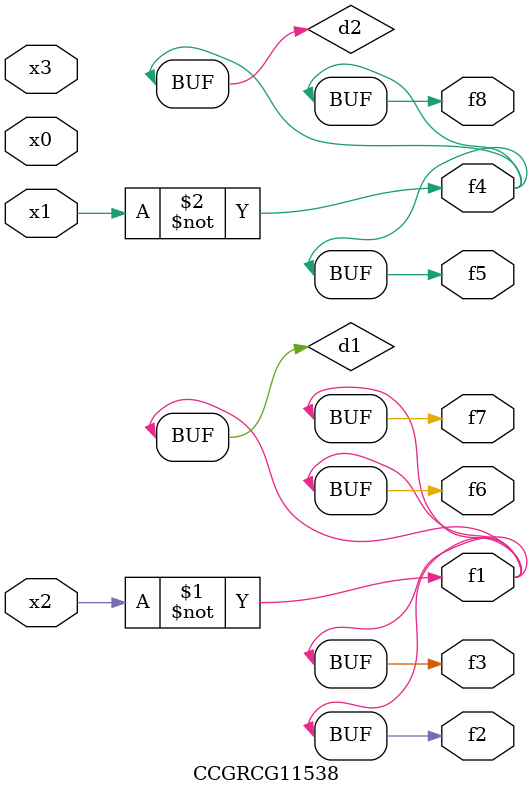
<source format=v>
module CCGRCG11538(
	input x0, x1, x2, x3,
	output f1, f2, f3, f4, f5, f6, f7, f8
);

	wire d1, d2;

	xnor (d1, x2);
	not (d2, x1);
	assign f1 = d1;
	assign f2 = d1;
	assign f3 = d1;
	assign f4 = d2;
	assign f5 = d2;
	assign f6 = d1;
	assign f7 = d1;
	assign f8 = d2;
endmodule

</source>
